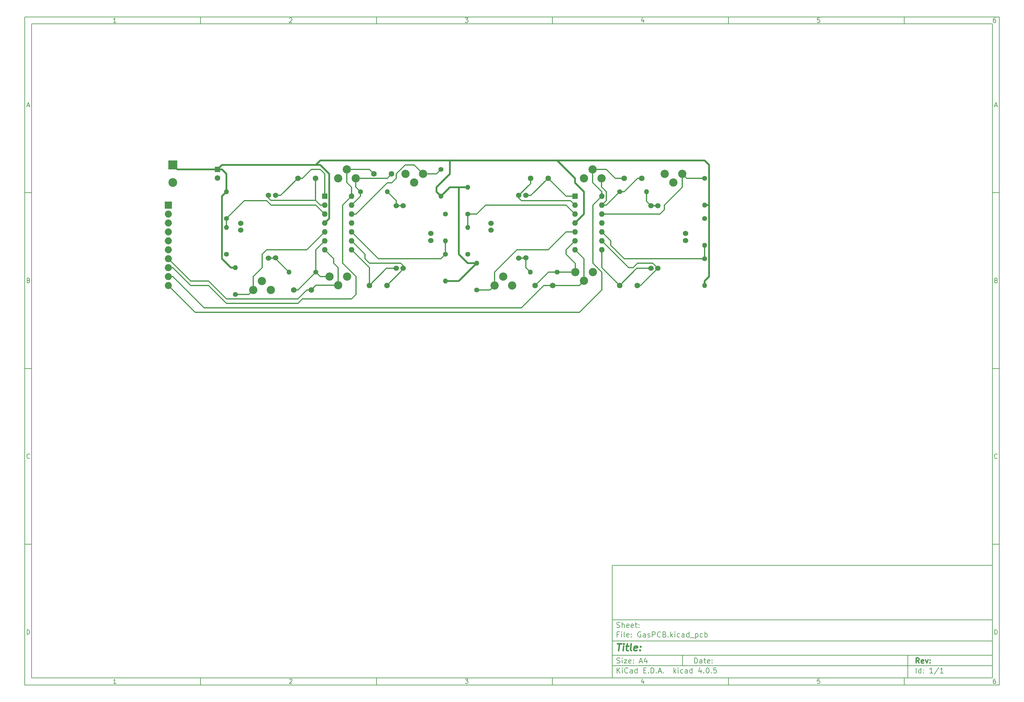
<source format=gbr>
G04 #@! TF.FileFunction,Copper,L1,Top,Signal*
%FSLAX46Y46*%
G04 Gerber Fmt 4.6, Leading zero omitted, Abs format (unit mm)*
G04 Created by KiCad (PCBNEW 4.0.5) date 02/28/17 22:53:05*
%MOMM*%
%LPD*%
G01*
G04 APERTURE LIST*
%ADD10C,0.100000*%
%ADD11C,0.150000*%
%ADD12C,0.300000*%
%ADD13C,0.400000*%
%ADD14C,1.524000*%
%ADD15C,1.400000*%
%ADD16O,1.400000X1.400000*%
%ADD17O,1.998980X1.998980*%
%ADD18R,1.998980X1.998980*%
%ADD19R,2.500000X2.500000*%
%ADD20C,2.500000*%
%ADD21C,2.340000*%
%ADD22R,1.600000X1.600000*%
%ADD23O,1.600000X1.600000*%
%ADD24C,1.600000*%
%ADD25C,0.304800*%
%ADD26C,0.508000*%
G04 APERTURE END LIST*
D10*
D11*
X177002200Y-166007200D02*
X177002200Y-198007200D01*
X285002200Y-198007200D01*
X285002200Y-166007200D01*
X177002200Y-166007200D01*
D10*
D11*
X10000000Y-10000000D02*
X10000000Y-200007200D01*
X287002200Y-200007200D01*
X287002200Y-10000000D01*
X10000000Y-10000000D01*
D10*
D11*
X12000000Y-12000000D02*
X12000000Y-198007200D01*
X285002200Y-198007200D01*
X285002200Y-12000000D01*
X12000000Y-12000000D01*
D10*
D11*
X60000000Y-12000000D02*
X60000000Y-10000000D01*
D10*
D11*
X110000000Y-12000000D02*
X110000000Y-10000000D01*
D10*
D11*
X160000000Y-12000000D02*
X160000000Y-10000000D01*
D10*
D11*
X210000000Y-12000000D02*
X210000000Y-10000000D01*
D10*
D11*
X260000000Y-12000000D02*
X260000000Y-10000000D01*
D10*
D11*
X35990476Y-11588095D02*
X35247619Y-11588095D01*
X35619048Y-11588095D02*
X35619048Y-10288095D01*
X35495238Y-10473810D01*
X35371429Y-10597619D01*
X35247619Y-10659524D01*
D10*
D11*
X85247619Y-10411905D02*
X85309524Y-10350000D01*
X85433333Y-10288095D01*
X85742857Y-10288095D01*
X85866667Y-10350000D01*
X85928571Y-10411905D01*
X85990476Y-10535714D01*
X85990476Y-10659524D01*
X85928571Y-10845238D01*
X85185714Y-11588095D01*
X85990476Y-11588095D01*
D10*
D11*
X135185714Y-10288095D02*
X135990476Y-10288095D01*
X135557143Y-10783333D01*
X135742857Y-10783333D01*
X135866667Y-10845238D01*
X135928571Y-10907143D01*
X135990476Y-11030952D01*
X135990476Y-11340476D01*
X135928571Y-11464286D01*
X135866667Y-11526190D01*
X135742857Y-11588095D01*
X135371429Y-11588095D01*
X135247619Y-11526190D01*
X135185714Y-11464286D01*
D10*
D11*
X185866667Y-10721429D02*
X185866667Y-11588095D01*
X185557143Y-10226190D02*
X185247619Y-11154762D01*
X186052381Y-11154762D01*
D10*
D11*
X235928571Y-10288095D02*
X235309524Y-10288095D01*
X235247619Y-10907143D01*
X235309524Y-10845238D01*
X235433333Y-10783333D01*
X235742857Y-10783333D01*
X235866667Y-10845238D01*
X235928571Y-10907143D01*
X235990476Y-11030952D01*
X235990476Y-11340476D01*
X235928571Y-11464286D01*
X235866667Y-11526190D01*
X235742857Y-11588095D01*
X235433333Y-11588095D01*
X235309524Y-11526190D01*
X235247619Y-11464286D01*
D10*
D11*
X285866667Y-10288095D02*
X285619048Y-10288095D01*
X285495238Y-10350000D01*
X285433333Y-10411905D01*
X285309524Y-10597619D01*
X285247619Y-10845238D01*
X285247619Y-11340476D01*
X285309524Y-11464286D01*
X285371429Y-11526190D01*
X285495238Y-11588095D01*
X285742857Y-11588095D01*
X285866667Y-11526190D01*
X285928571Y-11464286D01*
X285990476Y-11340476D01*
X285990476Y-11030952D01*
X285928571Y-10907143D01*
X285866667Y-10845238D01*
X285742857Y-10783333D01*
X285495238Y-10783333D01*
X285371429Y-10845238D01*
X285309524Y-10907143D01*
X285247619Y-11030952D01*
D10*
D11*
X60000000Y-198007200D02*
X60000000Y-200007200D01*
D10*
D11*
X110000000Y-198007200D02*
X110000000Y-200007200D01*
D10*
D11*
X160000000Y-198007200D02*
X160000000Y-200007200D01*
D10*
D11*
X210000000Y-198007200D02*
X210000000Y-200007200D01*
D10*
D11*
X260000000Y-198007200D02*
X260000000Y-200007200D01*
D10*
D11*
X35990476Y-199595295D02*
X35247619Y-199595295D01*
X35619048Y-199595295D02*
X35619048Y-198295295D01*
X35495238Y-198481010D01*
X35371429Y-198604819D01*
X35247619Y-198666724D01*
D10*
D11*
X85247619Y-198419105D02*
X85309524Y-198357200D01*
X85433333Y-198295295D01*
X85742857Y-198295295D01*
X85866667Y-198357200D01*
X85928571Y-198419105D01*
X85990476Y-198542914D01*
X85990476Y-198666724D01*
X85928571Y-198852438D01*
X85185714Y-199595295D01*
X85990476Y-199595295D01*
D10*
D11*
X135185714Y-198295295D02*
X135990476Y-198295295D01*
X135557143Y-198790533D01*
X135742857Y-198790533D01*
X135866667Y-198852438D01*
X135928571Y-198914343D01*
X135990476Y-199038152D01*
X135990476Y-199347676D01*
X135928571Y-199471486D01*
X135866667Y-199533390D01*
X135742857Y-199595295D01*
X135371429Y-199595295D01*
X135247619Y-199533390D01*
X135185714Y-199471486D01*
D10*
D11*
X185866667Y-198728629D02*
X185866667Y-199595295D01*
X185557143Y-198233390D02*
X185247619Y-199161962D01*
X186052381Y-199161962D01*
D10*
D11*
X235928571Y-198295295D02*
X235309524Y-198295295D01*
X235247619Y-198914343D01*
X235309524Y-198852438D01*
X235433333Y-198790533D01*
X235742857Y-198790533D01*
X235866667Y-198852438D01*
X235928571Y-198914343D01*
X235990476Y-199038152D01*
X235990476Y-199347676D01*
X235928571Y-199471486D01*
X235866667Y-199533390D01*
X235742857Y-199595295D01*
X235433333Y-199595295D01*
X235309524Y-199533390D01*
X235247619Y-199471486D01*
D10*
D11*
X285866667Y-198295295D02*
X285619048Y-198295295D01*
X285495238Y-198357200D01*
X285433333Y-198419105D01*
X285309524Y-198604819D01*
X285247619Y-198852438D01*
X285247619Y-199347676D01*
X285309524Y-199471486D01*
X285371429Y-199533390D01*
X285495238Y-199595295D01*
X285742857Y-199595295D01*
X285866667Y-199533390D01*
X285928571Y-199471486D01*
X285990476Y-199347676D01*
X285990476Y-199038152D01*
X285928571Y-198914343D01*
X285866667Y-198852438D01*
X285742857Y-198790533D01*
X285495238Y-198790533D01*
X285371429Y-198852438D01*
X285309524Y-198914343D01*
X285247619Y-199038152D01*
D10*
D11*
X10000000Y-60000000D02*
X12000000Y-60000000D01*
D10*
D11*
X10000000Y-110000000D02*
X12000000Y-110000000D01*
D10*
D11*
X10000000Y-160000000D02*
X12000000Y-160000000D01*
D10*
D11*
X10690476Y-35216667D02*
X11309524Y-35216667D01*
X10566667Y-35588095D02*
X11000000Y-34288095D01*
X11433333Y-35588095D01*
D10*
D11*
X11092857Y-84907143D02*
X11278571Y-84969048D01*
X11340476Y-85030952D01*
X11402381Y-85154762D01*
X11402381Y-85340476D01*
X11340476Y-85464286D01*
X11278571Y-85526190D01*
X11154762Y-85588095D01*
X10659524Y-85588095D01*
X10659524Y-84288095D01*
X11092857Y-84288095D01*
X11216667Y-84350000D01*
X11278571Y-84411905D01*
X11340476Y-84535714D01*
X11340476Y-84659524D01*
X11278571Y-84783333D01*
X11216667Y-84845238D01*
X11092857Y-84907143D01*
X10659524Y-84907143D01*
D10*
D11*
X11402381Y-135464286D02*
X11340476Y-135526190D01*
X11154762Y-135588095D01*
X11030952Y-135588095D01*
X10845238Y-135526190D01*
X10721429Y-135402381D01*
X10659524Y-135278571D01*
X10597619Y-135030952D01*
X10597619Y-134845238D01*
X10659524Y-134597619D01*
X10721429Y-134473810D01*
X10845238Y-134350000D01*
X11030952Y-134288095D01*
X11154762Y-134288095D01*
X11340476Y-134350000D01*
X11402381Y-134411905D01*
D10*
D11*
X10659524Y-185588095D02*
X10659524Y-184288095D01*
X10969048Y-184288095D01*
X11154762Y-184350000D01*
X11278571Y-184473810D01*
X11340476Y-184597619D01*
X11402381Y-184845238D01*
X11402381Y-185030952D01*
X11340476Y-185278571D01*
X11278571Y-185402381D01*
X11154762Y-185526190D01*
X10969048Y-185588095D01*
X10659524Y-185588095D01*
D10*
D11*
X287002200Y-60000000D02*
X285002200Y-60000000D01*
D10*
D11*
X287002200Y-110000000D02*
X285002200Y-110000000D01*
D10*
D11*
X287002200Y-160000000D02*
X285002200Y-160000000D01*
D10*
D11*
X285692676Y-35216667D02*
X286311724Y-35216667D01*
X285568867Y-35588095D02*
X286002200Y-34288095D01*
X286435533Y-35588095D01*
D10*
D11*
X286095057Y-84907143D02*
X286280771Y-84969048D01*
X286342676Y-85030952D01*
X286404581Y-85154762D01*
X286404581Y-85340476D01*
X286342676Y-85464286D01*
X286280771Y-85526190D01*
X286156962Y-85588095D01*
X285661724Y-85588095D01*
X285661724Y-84288095D01*
X286095057Y-84288095D01*
X286218867Y-84350000D01*
X286280771Y-84411905D01*
X286342676Y-84535714D01*
X286342676Y-84659524D01*
X286280771Y-84783333D01*
X286218867Y-84845238D01*
X286095057Y-84907143D01*
X285661724Y-84907143D01*
D10*
D11*
X286404581Y-135464286D02*
X286342676Y-135526190D01*
X286156962Y-135588095D01*
X286033152Y-135588095D01*
X285847438Y-135526190D01*
X285723629Y-135402381D01*
X285661724Y-135278571D01*
X285599819Y-135030952D01*
X285599819Y-134845238D01*
X285661724Y-134597619D01*
X285723629Y-134473810D01*
X285847438Y-134350000D01*
X286033152Y-134288095D01*
X286156962Y-134288095D01*
X286342676Y-134350000D01*
X286404581Y-134411905D01*
D10*
D11*
X285661724Y-185588095D02*
X285661724Y-184288095D01*
X285971248Y-184288095D01*
X286156962Y-184350000D01*
X286280771Y-184473810D01*
X286342676Y-184597619D01*
X286404581Y-184845238D01*
X286404581Y-185030952D01*
X286342676Y-185278571D01*
X286280771Y-185402381D01*
X286156962Y-185526190D01*
X285971248Y-185588095D01*
X285661724Y-185588095D01*
D10*
D11*
X200359343Y-193785771D02*
X200359343Y-192285771D01*
X200716486Y-192285771D01*
X200930771Y-192357200D01*
X201073629Y-192500057D01*
X201145057Y-192642914D01*
X201216486Y-192928629D01*
X201216486Y-193142914D01*
X201145057Y-193428629D01*
X201073629Y-193571486D01*
X200930771Y-193714343D01*
X200716486Y-193785771D01*
X200359343Y-193785771D01*
X202502200Y-193785771D02*
X202502200Y-193000057D01*
X202430771Y-192857200D01*
X202287914Y-192785771D01*
X202002200Y-192785771D01*
X201859343Y-192857200D01*
X202502200Y-193714343D02*
X202359343Y-193785771D01*
X202002200Y-193785771D01*
X201859343Y-193714343D01*
X201787914Y-193571486D01*
X201787914Y-193428629D01*
X201859343Y-193285771D01*
X202002200Y-193214343D01*
X202359343Y-193214343D01*
X202502200Y-193142914D01*
X203002200Y-192785771D02*
X203573629Y-192785771D01*
X203216486Y-192285771D02*
X203216486Y-193571486D01*
X203287914Y-193714343D01*
X203430772Y-193785771D01*
X203573629Y-193785771D01*
X204645057Y-193714343D02*
X204502200Y-193785771D01*
X204216486Y-193785771D01*
X204073629Y-193714343D01*
X204002200Y-193571486D01*
X204002200Y-193000057D01*
X204073629Y-192857200D01*
X204216486Y-192785771D01*
X204502200Y-192785771D01*
X204645057Y-192857200D01*
X204716486Y-193000057D01*
X204716486Y-193142914D01*
X204002200Y-193285771D01*
X205359343Y-193642914D02*
X205430771Y-193714343D01*
X205359343Y-193785771D01*
X205287914Y-193714343D01*
X205359343Y-193642914D01*
X205359343Y-193785771D01*
X205359343Y-192857200D02*
X205430771Y-192928629D01*
X205359343Y-193000057D01*
X205287914Y-192928629D01*
X205359343Y-192857200D01*
X205359343Y-193000057D01*
D10*
D11*
X177002200Y-194507200D02*
X285002200Y-194507200D01*
D10*
D11*
X178359343Y-196585771D02*
X178359343Y-195085771D01*
X179216486Y-196585771D02*
X178573629Y-195728629D01*
X179216486Y-195085771D02*
X178359343Y-195942914D01*
X179859343Y-196585771D02*
X179859343Y-195585771D01*
X179859343Y-195085771D02*
X179787914Y-195157200D01*
X179859343Y-195228629D01*
X179930771Y-195157200D01*
X179859343Y-195085771D01*
X179859343Y-195228629D01*
X181430772Y-196442914D02*
X181359343Y-196514343D01*
X181145057Y-196585771D01*
X181002200Y-196585771D01*
X180787915Y-196514343D01*
X180645057Y-196371486D01*
X180573629Y-196228629D01*
X180502200Y-195942914D01*
X180502200Y-195728629D01*
X180573629Y-195442914D01*
X180645057Y-195300057D01*
X180787915Y-195157200D01*
X181002200Y-195085771D01*
X181145057Y-195085771D01*
X181359343Y-195157200D01*
X181430772Y-195228629D01*
X182716486Y-196585771D02*
X182716486Y-195800057D01*
X182645057Y-195657200D01*
X182502200Y-195585771D01*
X182216486Y-195585771D01*
X182073629Y-195657200D01*
X182716486Y-196514343D02*
X182573629Y-196585771D01*
X182216486Y-196585771D01*
X182073629Y-196514343D01*
X182002200Y-196371486D01*
X182002200Y-196228629D01*
X182073629Y-196085771D01*
X182216486Y-196014343D01*
X182573629Y-196014343D01*
X182716486Y-195942914D01*
X184073629Y-196585771D02*
X184073629Y-195085771D01*
X184073629Y-196514343D02*
X183930772Y-196585771D01*
X183645058Y-196585771D01*
X183502200Y-196514343D01*
X183430772Y-196442914D01*
X183359343Y-196300057D01*
X183359343Y-195871486D01*
X183430772Y-195728629D01*
X183502200Y-195657200D01*
X183645058Y-195585771D01*
X183930772Y-195585771D01*
X184073629Y-195657200D01*
X185930772Y-195800057D02*
X186430772Y-195800057D01*
X186645058Y-196585771D02*
X185930772Y-196585771D01*
X185930772Y-195085771D01*
X186645058Y-195085771D01*
X187287915Y-196442914D02*
X187359343Y-196514343D01*
X187287915Y-196585771D01*
X187216486Y-196514343D01*
X187287915Y-196442914D01*
X187287915Y-196585771D01*
X188002201Y-196585771D02*
X188002201Y-195085771D01*
X188359344Y-195085771D01*
X188573629Y-195157200D01*
X188716487Y-195300057D01*
X188787915Y-195442914D01*
X188859344Y-195728629D01*
X188859344Y-195942914D01*
X188787915Y-196228629D01*
X188716487Y-196371486D01*
X188573629Y-196514343D01*
X188359344Y-196585771D01*
X188002201Y-196585771D01*
X189502201Y-196442914D02*
X189573629Y-196514343D01*
X189502201Y-196585771D01*
X189430772Y-196514343D01*
X189502201Y-196442914D01*
X189502201Y-196585771D01*
X190145058Y-196157200D02*
X190859344Y-196157200D01*
X190002201Y-196585771D02*
X190502201Y-195085771D01*
X191002201Y-196585771D01*
X191502201Y-196442914D02*
X191573629Y-196514343D01*
X191502201Y-196585771D01*
X191430772Y-196514343D01*
X191502201Y-196442914D01*
X191502201Y-196585771D01*
X194502201Y-196585771D02*
X194502201Y-195085771D01*
X194645058Y-196014343D02*
X195073629Y-196585771D01*
X195073629Y-195585771D02*
X194502201Y-196157200D01*
X195716487Y-196585771D02*
X195716487Y-195585771D01*
X195716487Y-195085771D02*
X195645058Y-195157200D01*
X195716487Y-195228629D01*
X195787915Y-195157200D01*
X195716487Y-195085771D01*
X195716487Y-195228629D01*
X197073630Y-196514343D02*
X196930773Y-196585771D01*
X196645059Y-196585771D01*
X196502201Y-196514343D01*
X196430773Y-196442914D01*
X196359344Y-196300057D01*
X196359344Y-195871486D01*
X196430773Y-195728629D01*
X196502201Y-195657200D01*
X196645059Y-195585771D01*
X196930773Y-195585771D01*
X197073630Y-195657200D01*
X198359344Y-196585771D02*
X198359344Y-195800057D01*
X198287915Y-195657200D01*
X198145058Y-195585771D01*
X197859344Y-195585771D01*
X197716487Y-195657200D01*
X198359344Y-196514343D02*
X198216487Y-196585771D01*
X197859344Y-196585771D01*
X197716487Y-196514343D01*
X197645058Y-196371486D01*
X197645058Y-196228629D01*
X197716487Y-196085771D01*
X197859344Y-196014343D01*
X198216487Y-196014343D01*
X198359344Y-195942914D01*
X199716487Y-196585771D02*
X199716487Y-195085771D01*
X199716487Y-196514343D02*
X199573630Y-196585771D01*
X199287916Y-196585771D01*
X199145058Y-196514343D01*
X199073630Y-196442914D01*
X199002201Y-196300057D01*
X199002201Y-195871486D01*
X199073630Y-195728629D01*
X199145058Y-195657200D01*
X199287916Y-195585771D01*
X199573630Y-195585771D01*
X199716487Y-195657200D01*
X202216487Y-195585771D02*
X202216487Y-196585771D01*
X201859344Y-195014343D02*
X201502201Y-196085771D01*
X202430773Y-196085771D01*
X203002201Y-196442914D02*
X203073629Y-196514343D01*
X203002201Y-196585771D01*
X202930772Y-196514343D01*
X203002201Y-196442914D01*
X203002201Y-196585771D01*
X204002201Y-195085771D02*
X204145058Y-195085771D01*
X204287915Y-195157200D01*
X204359344Y-195228629D01*
X204430773Y-195371486D01*
X204502201Y-195657200D01*
X204502201Y-196014343D01*
X204430773Y-196300057D01*
X204359344Y-196442914D01*
X204287915Y-196514343D01*
X204145058Y-196585771D01*
X204002201Y-196585771D01*
X203859344Y-196514343D01*
X203787915Y-196442914D01*
X203716487Y-196300057D01*
X203645058Y-196014343D01*
X203645058Y-195657200D01*
X203716487Y-195371486D01*
X203787915Y-195228629D01*
X203859344Y-195157200D01*
X204002201Y-195085771D01*
X205145058Y-196442914D02*
X205216486Y-196514343D01*
X205145058Y-196585771D01*
X205073629Y-196514343D01*
X205145058Y-196442914D01*
X205145058Y-196585771D01*
X206573630Y-195085771D02*
X205859344Y-195085771D01*
X205787915Y-195800057D01*
X205859344Y-195728629D01*
X206002201Y-195657200D01*
X206359344Y-195657200D01*
X206502201Y-195728629D01*
X206573630Y-195800057D01*
X206645058Y-195942914D01*
X206645058Y-196300057D01*
X206573630Y-196442914D01*
X206502201Y-196514343D01*
X206359344Y-196585771D01*
X206002201Y-196585771D01*
X205859344Y-196514343D01*
X205787915Y-196442914D01*
D10*
D11*
X177002200Y-191507200D02*
X285002200Y-191507200D01*
D10*
D12*
X264216486Y-193785771D02*
X263716486Y-193071486D01*
X263359343Y-193785771D02*
X263359343Y-192285771D01*
X263930771Y-192285771D01*
X264073629Y-192357200D01*
X264145057Y-192428629D01*
X264216486Y-192571486D01*
X264216486Y-192785771D01*
X264145057Y-192928629D01*
X264073629Y-193000057D01*
X263930771Y-193071486D01*
X263359343Y-193071486D01*
X265430771Y-193714343D02*
X265287914Y-193785771D01*
X265002200Y-193785771D01*
X264859343Y-193714343D01*
X264787914Y-193571486D01*
X264787914Y-193000057D01*
X264859343Y-192857200D01*
X265002200Y-192785771D01*
X265287914Y-192785771D01*
X265430771Y-192857200D01*
X265502200Y-193000057D01*
X265502200Y-193142914D01*
X264787914Y-193285771D01*
X266002200Y-192785771D02*
X266359343Y-193785771D01*
X266716485Y-192785771D01*
X267287914Y-193642914D02*
X267359342Y-193714343D01*
X267287914Y-193785771D01*
X267216485Y-193714343D01*
X267287914Y-193642914D01*
X267287914Y-193785771D01*
X267287914Y-192857200D02*
X267359342Y-192928629D01*
X267287914Y-193000057D01*
X267216485Y-192928629D01*
X267287914Y-192857200D01*
X267287914Y-193000057D01*
D10*
D11*
X178287914Y-193714343D02*
X178502200Y-193785771D01*
X178859343Y-193785771D01*
X179002200Y-193714343D01*
X179073629Y-193642914D01*
X179145057Y-193500057D01*
X179145057Y-193357200D01*
X179073629Y-193214343D01*
X179002200Y-193142914D01*
X178859343Y-193071486D01*
X178573629Y-193000057D01*
X178430771Y-192928629D01*
X178359343Y-192857200D01*
X178287914Y-192714343D01*
X178287914Y-192571486D01*
X178359343Y-192428629D01*
X178430771Y-192357200D01*
X178573629Y-192285771D01*
X178930771Y-192285771D01*
X179145057Y-192357200D01*
X179787914Y-193785771D02*
X179787914Y-192785771D01*
X179787914Y-192285771D02*
X179716485Y-192357200D01*
X179787914Y-192428629D01*
X179859342Y-192357200D01*
X179787914Y-192285771D01*
X179787914Y-192428629D01*
X180359343Y-192785771D02*
X181145057Y-192785771D01*
X180359343Y-193785771D01*
X181145057Y-193785771D01*
X182287914Y-193714343D02*
X182145057Y-193785771D01*
X181859343Y-193785771D01*
X181716486Y-193714343D01*
X181645057Y-193571486D01*
X181645057Y-193000057D01*
X181716486Y-192857200D01*
X181859343Y-192785771D01*
X182145057Y-192785771D01*
X182287914Y-192857200D01*
X182359343Y-193000057D01*
X182359343Y-193142914D01*
X181645057Y-193285771D01*
X183002200Y-193642914D02*
X183073628Y-193714343D01*
X183002200Y-193785771D01*
X182930771Y-193714343D01*
X183002200Y-193642914D01*
X183002200Y-193785771D01*
X183002200Y-192857200D02*
X183073628Y-192928629D01*
X183002200Y-193000057D01*
X182930771Y-192928629D01*
X183002200Y-192857200D01*
X183002200Y-193000057D01*
X184787914Y-193357200D02*
X185502200Y-193357200D01*
X184645057Y-193785771D02*
X185145057Y-192285771D01*
X185645057Y-193785771D01*
X186787914Y-192785771D02*
X186787914Y-193785771D01*
X186430771Y-192214343D02*
X186073628Y-193285771D01*
X187002200Y-193285771D01*
D10*
D11*
X263359343Y-196585771D02*
X263359343Y-195085771D01*
X264716486Y-196585771D02*
X264716486Y-195085771D01*
X264716486Y-196514343D02*
X264573629Y-196585771D01*
X264287915Y-196585771D01*
X264145057Y-196514343D01*
X264073629Y-196442914D01*
X264002200Y-196300057D01*
X264002200Y-195871486D01*
X264073629Y-195728629D01*
X264145057Y-195657200D01*
X264287915Y-195585771D01*
X264573629Y-195585771D01*
X264716486Y-195657200D01*
X265430772Y-196442914D02*
X265502200Y-196514343D01*
X265430772Y-196585771D01*
X265359343Y-196514343D01*
X265430772Y-196442914D01*
X265430772Y-196585771D01*
X265430772Y-195657200D02*
X265502200Y-195728629D01*
X265430772Y-195800057D01*
X265359343Y-195728629D01*
X265430772Y-195657200D01*
X265430772Y-195800057D01*
X268073629Y-196585771D02*
X267216486Y-196585771D01*
X267645058Y-196585771D02*
X267645058Y-195085771D01*
X267502201Y-195300057D01*
X267359343Y-195442914D01*
X267216486Y-195514343D01*
X269787914Y-195014343D02*
X268502200Y-196942914D01*
X271073629Y-196585771D02*
X270216486Y-196585771D01*
X270645058Y-196585771D02*
X270645058Y-195085771D01*
X270502201Y-195300057D01*
X270359343Y-195442914D01*
X270216486Y-195514343D01*
D10*
D11*
X177002200Y-187507200D02*
X285002200Y-187507200D01*
D10*
D13*
X178454581Y-188211962D02*
X179597438Y-188211962D01*
X178776010Y-190211962D02*
X179026010Y-188211962D01*
X180014105Y-190211962D02*
X180180771Y-188878629D01*
X180264105Y-188211962D02*
X180156962Y-188307200D01*
X180240295Y-188402438D01*
X180347439Y-188307200D01*
X180264105Y-188211962D01*
X180240295Y-188402438D01*
X180847438Y-188878629D02*
X181609343Y-188878629D01*
X181216486Y-188211962D02*
X181002200Y-189926248D01*
X181073630Y-190116724D01*
X181252201Y-190211962D01*
X181442677Y-190211962D01*
X182395058Y-190211962D02*
X182216487Y-190116724D01*
X182145057Y-189926248D01*
X182359343Y-188211962D01*
X183930772Y-190116724D02*
X183728391Y-190211962D01*
X183347439Y-190211962D01*
X183168867Y-190116724D01*
X183097438Y-189926248D01*
X183192676Y-189164343D01*
X183311724Y-188973867D01*
X183514105Y-188878629D01*
X183895057Y-188878629D01*
X184073629Y-188973867D01*
X184145057Y-189164343D01*
X184121248Y-189354819D01*
X183145057Y-189545295D01*
X184895057Y-190021486D02*
X184978392Y-190116724D01*
X184871248Y-190211962D01*
X184787915Y-190116724D01*
X184895057Y-190021486D01*
X184871248Y-190211962D01*
X185026010Y-188973867D02*
X185109344Y-189069105D01*
X185002200Y-189164343D01*
X184918867Y-189069105D01*
X185026010Y-188973867D01*
X185002200Y-189164343D01*
D10*
D11*
X178859343Y-185600057D02*
X178359343Y-185600057D01*
X178359343Y-186385771D02*
X178359343Y-184885771D01*
X179073629Y-184885771D01*
X179645057Y-186385771D02*
X179645057Y-185385771D01*
X179645057Y-184885771D02*
X179573628Y-184957200D01*
X179645057Y-185028629D01*
X179716485Y-184957200D01*
X179645057Y-184885771D01*
X179645057Y-185028629D01*
X180573629Y-186385771D02*
X180430771Y-186314343D01*
X180359343Y-186171486D01*
X180359343Y-184885771D01*
X181716485Y-186314343D02*
X181573628Y-186385771D01*
X181287914Y-186385771D01*
X181145057Y-186314343D01*
X181073628Y-186171486D01*
X181073628Y-185600057D01*
X181145057Y-185457200D01*
X181287914Y-185385771D01*
X181573628Y-185385771D01*
X181716485Y-185457200D01*
X181787914Y-185600057D01*
X181787914Y-185742914D01*
X181073628Y-185885771D01*
X182430771Y-186242914D02*
X182502199Y-186314343D01*
X182430771Y-186385771D01*
X182359342Y-186314343D01*
X182430771Y-186242914D01*
X182430771Y-186385771D01*
X182430771Y-185457200D02*
X182502199Y-185528629D01*
X182430771Y-185600057D01*
X182359342Y-185528629D01*
X182430771Y-185457200D01*
X182430771Y-185600057D01*
X185073628Y-184957200D02*
X184930771Y-184885771D01*
X184716485Y-184885771D01*
X184502200Y-184957200D01*
X184359342Y-185100057D01*
X184287914Y-185242914D01*
X184216485Y-185528629D01*
X184216485Y-185742914D01*
X184287914Y-186028629D01*
X184359342Y-186171486D01*
X184502200Y-186314343D01*
X184716485Y-186385771D01*
X184859342Y-186385771D01*
X185073628Y-186314343D01*
X185145057Y-186242914D01*
X185145057Y-185742914D01*
X184859342Y-185742914D01*
X186430771Y-186385771D02*
X186430771Y-185600057D01*
X186359342Y-185457200D01*
X186216485Y-185385771D01*
X185930771Y-185385771D01*
X185787914Y-185457200D01*
X186430771Y-186314343D02*
X186287914Y-186385771D01*
X185930771Y-186385771D01*
X185787914Y-186314343D01*
X185716485Y-186171486D01*
X185716485Y-186028629D01*
X185787914Y-185885771D01*
X185930771Y-185814343D01*
X186287914Y-185814343D01*
X186430771Y-185742914D01*
X187073628Y-186314343D02*
X187216485Y-186385771D01*
X187502200Y-186385771D01*
X187645057Y-186314343D01*
X187716485Y-186171486D01*
X187716485Y-186100057D01*
X187645057Y-185957200D01*
X187502200Y-185885771D01*
X187287914Y-185885771D01*
X187145057Y-185814343D01*
X187073628Y-185671486D01*
X187073628Y-185600057D01*
X187145057Y-185457200D01*
X187287914Y-185385771D01*
X187502200Y-185385771D01*
X187645057Y-185457200D01*
X188359343Y-186385771D02*
X188359343Y-184885771D01*
X188930771Y-184885771D01*
X189073629Y-184957200D01*
X189145057Y-185028629D01*
X189216486Y-185171486D01*
X189216486Y-185385771D01*
X189145057Y-185528629D01*
X189073629Y-185600057D01*
X188930771Y-185671486D01*
X188359343Y-185671486D01*
X190716486Y-186242914D02*
X190645057Y-186314343D01*
X190430771Y-186385771D01*
X190287914Y-186385771D01*
X190073629Y-186314343D01*
X189930771Y-186171486D01*
X189859343Y-186028629D01*
X189787914Y-185742914D01*
X189787914Y-185528629D01*
X189859343Y-185242914D01*
X189930771Y-185100057D01*
X190073629Y-184957200D01*
X190287914Y-184885771D01*
X190430771Y-184885771D01*
X190645057Y-184957200D01*
X190716486Y-185028629D01*
X191859343Y-185600057D02*
X192073629Y-185671486D01*
X192145057Y-185742914D01*
X192216486Y-185885771D01*
X192216486Y-186100057D01*
X192145057Y-186242914D01*
X192073629Y-186314343D01*
X191930771Y-186385771D01*
X191359343Y-186385771D01*
X191359343Y-184885771D01*
X191859343Y-184885771D01*
X192002200Y-184957200D01*
X192073629Y-185028629D01*
X192145057Y-185171486D01*
X192145057Y-185314343D01*
X192073629Y-185457200D01*
X192002200Y-185528629D01*
X191859343Y-185600057D01*
X191359343Y-185600057D01*
X192859343Y-186242914D02*
X192930771Y-186314343D01*
X192859343Y-186385771D01*
X192787914Y-186314343D01*
X192859343Y-186242914D01*
X192859343Y-186385771D01*
X193573629Y-186385771D02*
X193573629Y-184885771D01*
X193716486Y-185814343D02*
X194145057Y-186385771D01*
X194145057Y-185385771D02*
X193573629Y-185957200D01*
X194787915Y-186385771D02*
X194787915Y-185385771D01*
X194787915Y-184885771D02*
X194716486Y-184957200D01*
X194787915Y-185028629D01*
X194859343Y-184957200D01*
X194787915Y-184885771D01*
X194787915Y-185028629D01*
X196145058Y-186314343D02*
X196002201Y-186385771D01*
X195716487Y-186385771D01*
X195573629Y-186314343D01*
X195502201Y-186242914D01*
X195430772Y-186100057D01*
X195430772Y-185671486D01*
X195502201Y-185528629D01*
X195573629Y-185457200D01*
X195716487Y-185385771D01*
X196002201Y-185385771D01*
X196145058Y-185457200D01*
X197430772Y-186385771D02*
X197430772Y-185600057D01*
X197359343Y-185457200D01*
X197216486Y-185385771D01*
X196930772Y-185385771D01*
X196787915Y-185457200D01*
X197430772Y-186314343D02*
X197287915Y-186385771D01*
X196930772Y-186385771D01*
X196787915Y-186314343D01*
X196716486Y-186171486D01*
X196716486Y-186028629D01*
X196787915Y-185885771D01*
X196930772Y-185814343D01*
X197287915Y-185814343D01*
X197430772Y-185742914D01*
X198787915Y-186385771D02*
X198787915Y-184885771D01*
X198787915Y-186314343D02*
X198645058Y-186385771D01*
X198359344Y-186385771D01*
X198216486Y-186314343D01*
X198145058Y-186242914D01*
X198073629Y-186100057D01*
X198073629Y-185671486D01*
X198145058Y-185528629D01*
X198216486Y-185457200D01*
X198359344Y-185385771D01*
X198645058Y-185385771D01*
X198787915Y-185457200D01*
X199145058Y-186528629D02*
X200287915Y-186528629D01*
X200645058Y-185385771D02*
X200645058Y-186885771D01*
X200645058Y-185457200D02*
X200787915Y-185385771D01*
X201073629Y-185385771D01*
X201216486Y-185457200D01*
X201287915Y-185528629D01*
X201359344Y-185671486D01*
X201359344Y-186100057D01*
X201287915Y-186242914D01*
X201216486Y-186314343D01*
X201073629Y-186385771D01*
X200787915Y-186385771D01*
X200645058Y-186314343D01*
X202645058Y-186314343D02*
X202502201Y-186385771D01*
X202216487Y-186385771D01*
X202073629Y-186314343D01*
X202002201Y-186242914D01*
X201930772Y-186100057D01*
X201930772Y-185671486D01*
X202002201Y-185528629D01*
X202073629Y-185457200D01*
X202216487Y-185385771D01*
X202502201Y-185385771D01*
X202645058Y-185457200D01*
X203287915Y-186385771D02*
X203287915Y-184885771D01*
X203287915Y-185457200D02*
X203430772Y-185385771D01*
X203716486Y-185385771D01*
X203859343Y-185457200D01*
X203930772Y-185528629D01*
X204002201Y-185671486D01*
X204002201Y-186100057D01*
X203930772Y-186242914D01*
X203859343Y-186314343D01*
X203716486Y-186385771D01*
X203430772Y-186385771D01*
X203287915Y-186314343D01*
D10*
D11*
X177002200Y-181507200D02*
X285002200Y-181507200D01*
D10*
D11*
X178287914Y-183614343D02*
X178502200Y-183685771D01*
X178859343Y-183685771D01*
X179002200Y-183614343D01*
X179073629Y-183542914D01*
X179145057Y-183400057D01*
X179145057Y-183257200D01*
X179073629Y-183114343D01*
X179002200Y-183042914D01*
X178859343Y-182971486D01*
X178573629Y-182900057D01*
X178430771Y-182828629D01*
X178359343Y-182757200D01*
X178287914Y-182614343D01*
X178287914Y-182471486D01*
X178359343Y-182328629D01*
X178430771Y-182257200D01*
X178573629Y-182185771D01*
X178930771Y-182185771D01*
X179145057Y-182257200D01*
X179787914Y-183685771D02*
X179787914Y-182185771D01*
X180430771Y-183685771D02*
X180430771Y-182900057D01*
X180359342Y-182757200D01*
X180216485Y-182685771D01*
X180002200Y-182685771D01*
X179859342Y-182757200D01*
X179787914Y-182828629D01*
X181716485Y-183614343D02*
X181573628Y-183685771D01*
X181287914Y-183685771D01*
X181145057Y-183614343D01*
X181073628Y-183471486D01*
X181073628Y-182900057D01*
X181145057Y-182757200D01*
X181287914Y-182685771D01*
X181573628Y-182685771D01*
X181716485Y-182757200D01*
X181787914Y-182900057D01*
X181787914Y-183042914D01*
X181073628Y-183185771D01*
X183002199Y-183614343D02*
X182859342Y-183685771D01*
X182573628Y-183685771D01*
X182430771Y-183614343D01*
X182359342Y-183471486D01*
X182359342Y-182900057D01*
X182430771Y-182757200D01*
X182573628Y-182685771D01*
X182859342Y-182685771D01*
X183002199Y-182757200D01*
X183073628Y-182900057D01*
X183073628Y-183042914D01*
X182359342Y-183185771D01*
X183502199Y-182685771D02*
X184073628Y-182685771D01*
X183716485Y-182185771D02*
X183716485Y-183471486D01*
X183787913Y-183614343D01*
X183930771Y-183685771D01*
X184073628Y-183685771D01*
X184573628Y-183542914D02*
X184645056Y-183614343D01*
X184573628Y-183685771D01*
X184502199Y-183614343D01*
X184573628Y-183542914D01*
X184573628Y-183685771D01*
X184573628Y-182757200D02*
X184645056Y-182828629D01*
X184573628Y-182900057D01*
X184502199Y-182828629D01*
X184573628Y-182757200D01*
X184573628Y-182900057D01*
D10*
D11*
X197002200Y-191507200D02*
X197002200Y-194507200D01*
D10*
D11*
X261002200Y-191507200D02*
X261002200Y-198007200D01*
D14*
X71390000Y-68660000D03*
X71390000Y-70660000D03*
X79280000Y-78560000D03*
X81280000Y-78550000D03*
X79280000Y-60770000D03*
X81280000Y-60770000D03*
D15*
X69850000Y-88900000D03*
D16*
X69850000Y-81280000D03*
D17*
X50800000Y-71120000D03*
D18*
X50800000Y-63500000D03*
D17*
X50800000Y-66040000D03*
X50800000Y-68580000D03*
X50800000Y-73660000D03*
X50800000Y-76200000D03*
X50800000Y-78740000D03*
X50800000Y-81280000D03*
X50800000Y-83820000D03*
X50800000Y-86360000D03*
D14*
X142510000Y-68660000D03*
X142510000Y-70660000D03*
X150400000Y-78560000D03*
X152400000Y-78550000D03*
X150400000Y-60770000D03*
X152400000Y-60770000D03*
D19*
X52070000Y-52070000D03*
D20*
X52070000Y-57070000D03*
D15*
X67310000Y-67310000D03*
D16*
X67310000Y-59690000D03*
D15*
X67310000Y-77470000D03*
D16*
X67310000Y-69850000D03*
D15*
X92710000Y-82550000D03*
D16*
X85090000Y-82550000D03*
D15*
X129540000Y-77470000D03*
D16*
X129540000Y-85090000D03*
D15*
X129540000Y-66040000D03*
D16*
X129540000Y-73660000D03*
D15*
X128270000Y-53340000D03*
D16*
X128270000Y-60960000D03*
D15*
X105410000Y-59690000D03*
D16*
X113030000Y-59690000D03*
D15*
X135890000Y-66040000D03*
D16*
X135890000Y-58420000D03*
D15*
X135890000Y-77470000D03*
D16*
X135890000Y-69850000D03*
D15*
X138430000Y-87630000D03*
D16*
X138430000Y-80010000D03*
D21*
X79930000Y-87630000D03*
X77430000Y-85130000D03*
X74930000Y-87630000D03*
X96600000Y-83820000D03*
X99100000Y-86320000D03*
X101600000Y-83820000D03*
D14*
X125460000Y-73580000D03*
X125460000Y-71580000D03*
X117570000Y-63680000D03*
X115570000Y-63690000D03*
X117570000Y-81470000D03*
X115570000Y-81470000D03*
D22*
X95250000Y-60960000D03*
D23*
X102870000Y-76200000D03*
X95250000Y-63500000D03*
X102870000Y-73660000D03*
X95250000Y-66040000D03*
X102870000Y-71120000D03*
X95250000Y-68580000D03*
X102870000Y-68580000D03*
X95250000Y-71120000D03*
X102870000Y-66040000D03*
X95250000Y-73660000D03*
X102870000Y-63500000D03*
X95250000Y-76200000D03*
X102870000Y-60960000D03*
D14*
X197850000Y-73580000D03*
X197850000Y-71580000D03*
X189960000Y-63680000D03*
X187960000Y-63690000D03*
X189960000Y-81470000D03*
X187960000Y-81470000D03*
D22*
X166370000Y-60960000D03*
D23*
X173990000Y-76200000D03*
X166370000Y-63500000D03*
X173990000Y-73660000D03*
X166370000Y-66040000D03*
X173990000Y-71120000D03*
X166370000Y-68580000D03*
X173990000Y-68580000D03*
X166370000Y-71120000D03*
X173990000Y-66040000D03*
X166370000Y-73660000D03*
X173990000Y-63500000D03*
X166370000Y-76200000D03*
X173990000Y-60960000D03*
D15*
X161290000Y-82550000D03*
D16*
X153670000Y-82550000D03*
D15*
X203200000Y-78740000D03*
D16*
X203200000Y-86360000D03*
D15*
X203200000Y-67310000D03*
D16*
X203200000Y-74930000D03*
D15*
X203200000Y-55880000D03*
D16*
X203200000Y-63500000D03*
D15*
X179070000Y-59690000D03*
D16*
X186690000Y-59690000D03*
D21*
X118190000Y-54610000D03*
X120690000Y-57110000D03*
X123190000Y-54610000D03*
X104060000Y-55880000D03*
X101560000Y-53380000D03*
X99060000Y-55880000D03*
X148510000Y-86360000D03*
X146010000Y-83860000D03*
X143510000Y-86360000D03*
X166450000Y-82550000D03*
X168950000Y-85050000D03*
X171450000Y-82550000D03*
X191850000Y-54610000D03*
X194350000Y-57110000D03*
X196850000Y-54610000D03*
X173910000Y-55880000D03*
X171410000Y-53380000D03*
X168910000Y-55880000D03*
D24*
X87630000Y-55880000D03*
X92630000Y-55880000D03*
X91440000Y-87630000D03*
X86440000Y-87630000D03*
X107950000Y-86360000D03*
X112950000Y-86360000D03*
X109220000Y-54610000D03*
X114220000Y-54610000D03*
X158750000Y-55880000D03*
X153750000Y-55880000D03*
X160020000Y-86360000D03*
X155020000Y-86360000D03*
X179070000Y-86360000D03*
X184070000Y-86360000D03*
X180340000Y-55880000D03*
X185340000Y-55880000D03*
D22*
X64770000Y-53340000D03*
D24*
X64770000Y-55840000D03*
D25*
X87630000Y-55880000D02*
X88900000Y-55880000D01*
X95250000Y-54610000D02*
X95250000Y-60960000D01*
X93980000Y-53340000D02*
X95250000Y-54610000D01*
X91440000Y-53340000D02*
X93980000Y-53340000D01*
X88900000Y-55880000D02*
X91440000Y-53340000D01*
X81280000Y-60770000D02*
X82740000Y-60770000D01*
X82740000Y-60770000D02*
X87630000Y-55880000D01*
X81280000Y-60770000D02*
X81470000Y-60770000D01*
X79280000Y-60770000D02*
X79280000Y-61500000D01*
X79280000Y-61500000D02*
X79930000Y-62150000D01*
X79930000Y-62150000D02*
X92630000Y-62150000D01*
X92630000Y-55880000D02*
X92630000Y-62150000D01*
X93980000Y-63500000D02*
X95250000Y-63500000D01*
X92630000Y-62150000D02*
X93980000Y-63500000D01*
X91440000Y-87630000D02*
X90170000Y-87630000D01*
X57150000Y-85090000D02*
X50800000Y-78740000D01*
X62230000Y-85090000D02*
X57150000Y-85090000D01*
X67310000Y-90170000D02*
X62230000Y-85090000D01*
X87630000Y-90170000D02*
X67310000Y-90170000D01*
X90170000Y-87630000D02*
X87630000Y-90170000D01*
X99100000Y-86320000D02*
X99100000Y-81320000D01*
X97790000Y-78740000D02*
X95250000Y-76200000D01*
X97790000Y-80010000D02*
X97790000Y-78740000D01*
X99100000Y-81320000D02*
X97790000Y-80010000D01*
X99100000Y-86320000D02*
X92750000Y-86320000D01*
X92750000Y-86320000D02*
X91440000Y-87630000D01*
X96600000Y-83820000D02*
X93980000Y-83820000D01*
X93980000Y-83820000D02*
X92710000Y-82550000D01*
X86440000Y-87630000D02*
X87630000Y-87630000D01*
X87630000Y-87630000D02*
X92710000Y-82550000D01*
X92710000Y-82550000D02*
X92710000Y-76200000D01*
X92710000Y-76200000D02*
X95250000Y-73660000D01*
X101560000Y-53380000D02*
X107990000Y-53380000D01*
X107990000Y-53380000D02*
X109220000Y-54610000D01*
X102870000Y-60960000D02*
X102870000Y-58420000D01*
X101560000Y-57110000D02*
X101560000Y-53380000D01*
X102870000Y-58420000D02*
X101560000Y-57110000D01*
X102870000Y-60960000D02*
X101600000Y-62230000D01*
X52070000Y-81280000D02*
X50800000Y-81280000D01*
X57150000Y-86360000D02*
X52070000Y-81280000D01*
X62230000Y-86360000D02*
X57150000Y-86360000D01*
X67310000Y-91440000D02*
X62230000Y-86360000D01*
X87630000Y-91440000D02*
X67310000Y-91440000D01*
X88900000Y-90170000D02*
X87630000Y-91440000D01*
X102870000Y-90170000D02*
X88900000Y-90170000D01*
X104140000Y-88900000D02*
X102870000Y-90170000D01*
X104140000Y-83820000D02*
X104140000Y-88900000D01*
X100330000Y-80010000D02*
X104140000Y-83820000D01*
X100330000Y-63500000D02*
X100330000Y-80010000D01*
X101600000Y-62230000D02*
X100330000Y-63500000D01*
X117570000Y-81470000D02*
X117570000Y-81740000D01*
X117570000Y-81740000D02*
X112950000Y-86360000D01*
X117570000Y-81470000D02*
X117570000Y-80740000D01*
X117570000Y-80740000D02*
X116840000Y-80010000D01*
X116840000Y-80010000D02*
X107950000Y-80010000D01*
X107950000Y-80010000D02*
X106680000Y-78740000D01*
X106680000Y-78740000D02*
X106680000Y-77470000D01*
X106680000Y-77470000D02*
X102870000Y-73660000D01*
X104060000Y-55880000D02*
X113030000Y-55880000D01*
X113030000Y-55880000D02*
X114220000Y-54690000D01*
X114220000Y-54690000D02*
X114220000Y-54610000D01*
X105410000Y-59690000D02*
X105410000Y-60960000D01*
X105410000Y-60960000D02*
X102870000Y-63500000D01*
X104060000Y-55880000D02*
X104060000Y-58340000D01*
X104060000Y-58340000D02*
X105410000Y-59690000D01*
X166370000Y-60960000D02*
X163830000Y-60960000D01*
X163830000Y-60960000D02*
X158750000Y-55880000D01*
X152400000Y-60770000D02*
X153860000Y-60770000D01*
X153860000Y-60770000D02*
X158750000Y-55880000D01*
X150400000Y-60770000D02*
X150400000Y-61500000D01*
X150400000Y-61500000D02*
X151130000Y-62230000D01*
X165100000Y-62230000D02*
X166370000Y-63500000D01*
X151130000Y-62230000D02*
X165100000Y-62230000D01*
X153750000Y-55880000D02*
X153750000Y-57420000D01*
X153750000Y-57420000D02*
X150400000Y-60770000D01*
X160020000Y-86360000D02*
X157480000Y-86360000D01*
X52070000Y-83820000D02*
X50800000Y-83820000D01*
X60960000Y-92710000D02*
X52070000Y-83820000D01*
X151130000Y-92710000D02*
X60960000Y-92710000D01*
X157480000Y-86360000D02*
X151130000Y-92710000D01*
X168950000Y-85050000D02*
X168950000Y-78780000D01*
X168950000Y-78780000D02*
X166370000Y-76200000D01*
X160020000Y-86360000D02*
X167640000Y-86360000D01*
X167640000Y-86360000D02*
X168950000Y-85050000D01*
X161290000Y-82550000D02*
X158830000Y-82550000D01*
X158830000Y-82550000D02*
X155020000Y-86360000D01*
X166450000Y-82550000D02*
X166450000Y-80090000D01*
X163830000Y-76200000D02*
X166370000Y-73660000D01*
X163830000Y-77470000D02*
X163830000Y-76200000D01*
X166450000Y-80090000D02*
X163830000Y-77470000D01*
X166450000Y-82550000D02*
X161290000Y-82550000D01*
X173990000Y-60960000D02*
X171450000Y-63500000D01*
X58420000Y-93980000D02*
X50800000Y-86360000D01*
X167640000Y-93980000D02*
X58420000Y-93980000D01*
X173990000Y-87630000D02*
X167640000Y-93980000D01*
X173990000Y-82550000D02*
X173990000Y-87630000D01*
X171450000Y-80010000D02*
X173990000Y-82550000D01*
X171450000Y-63500000D02*
X171450000Y-80010000D01*
X180340000Y-55880000D02*
X177800000Y-55880000D01*
X175300000Y-53380000D02*
X171410000Y-53380000D01*
X177800000Y-55880000D02*
X175300000Y-53380000D01*
X173990000Y-60960000D02*
X173990000Y-59690000D01*
X171410000Y-57110000D02*
X171410000Y-53380000D01*
X173990000Y-59690000D02*
X171410000Y-57110000D01*
X173990000Y-73660000D02*
X181610000Y-81280000D01*
X188500000Y-80010000D02*
X189960000Y-81470000D01*
X184150000Y-80010000D02*
X188500000Y-80010000D01*
X182880000Y-81280000D02*
X184150000Y-80010000D01*
X181610000Y-81280000D02*
X182880000Y-81280000D01*
X184070000Y-86360000D02*
X185070000Y-86360000D01*
X185070000Y-86360000D02*
X189960000Y-81470000D01*
X173990000Y-63500000D02*
X175260000Y-63500000D01*
X175260000Y-63500000D02*
X179070000Y-59690000D01*
X185340000Y-55880000D02*
X184150000Y-55880000D01*
X184150000Y-55880000D02*
X180340000Y-59690000D01*
X180340000Y-59690000D02*
X179070000Y-59690000D01*
X173910000Y-55880000D02*
X173910000Y-58340000D01*
X175260000Y-62230000D02*
X173990000Y-63500000D01*
X175260000Y-59690000D02*
X175260000Y-62230000D01*
X173910000Y-58340000D02*
X175260000Y-59690000D01*
D26*
X166370000Y-68580000D02*
X167640000Y-67310000D01*
X166370000Y-55880000D02*
X161290000Y-50800000D01*
X166370000Y-57150000D02*
X166370000Y-55880000D01*
X168910000Y-59690000D02*
X166370000Y-57150000D01*
X168910000Y-66040000D02*
X168910000Y-59690000D01*
X167640000Y-67310000D02*
X168910000Y-66040000D01*
X203200000Y-63500000D02*
X204470000Y-63500000D01*
X203200000Y-86360000D02*
X203200000Y-85090000D01*
X203200000Y-50800000D02*
X161290000Y-50800000D01*
X161290000Y-50800000D02*
X130810000Y-50800000D01*
X204470000Y-52070000D02*
X203200000Y-50800000D01*
X204470000Y-83820000D02*
X204470000Y-63500000D01*
X204470000Y-63500000D02*
X204470000Y-52070000D01*
X203200000Y-85090000D02*
X204470000Y-83820000D01*
X138430000Y-80010000D02*
X135890000Y-80010000D01*
X133350000Y-77470000D02*
X133350000Y-58420000D01*
X135890000Y-80010000D02*
X133350000Y-77470000D01*
X128270000Y-60960000D02*
X127000000Y-59690000D01*
X93980000Y-50800000D02*
X92710000Y-52070000D01*
X130810000Y-50800000D02*
X93980000Y-50800000D01*
X130810000Y-54610000D02*
X130810000Y-50800000D01*
X127000000Y-58420000D02*
X130810000Y-54610000D01*
X127000000Y-59690000D02*
X127000000Y-58420000D01*
X129540000Y-85090000D02*
X133350000Y-85090000D01*
X133350000Y-85090000D02*
X138430000Y-80010000D01*
X135890000Y-58420000D02*
X133350000Y-58420000D01*
X133350000Y-58420000D02*
X130810000Y-58420000D01*
X130810000Y-58420000D02*
X128270000Y-60960000D01*
X69850000Y-81280000D02*
X68580000Y-81280000D01*
X66040000Y-60960000D02*
X67310000Y-59690000D01*
X66040000Y-78740000D02*
X66040000Y-60960000D01*
X68580000Y-81280000D02*
X66040000Y-78740000D01*
X67310000Y-59690000D02*
X67310000Y-54610000D01*
X66040000Y-53340000D02*
X64770000Y-53340000D01*
X67310000Y-54610000D02*
X66040000Y-53340000D01*
X64770000Y-53340000D02*
X53340000Y-53340000D01*
X53340000Y-53340000D02*
X52070000Y-52070000D01*
X95250000Y-68580000D02*
X96520000Y-67310000D01*
X93980000Y-52070000D02*
X92710000Y-52070000D01*
X96520000Y-54610000D02*
X93980000Y-52070000D01*
X96520000Y-67310000D02*
X96520000Y-54610000D01*
X66040000Y-52070000D02*
X64770000Y-53340000D01*
X92710000Y-52070000D02*
X66040000Y-52070000D01*
D25*
X67310000Y-67310000D02*
X68580000Y-66040000D01*
X92710000Y-63500000D02*
X95250000Y-66040000D01*
X80010000Y-63500000D02*
X92710000Y-63500000D01*
X78740000Y-62230000D02*
X80010000Y-63500000D01*
X72390000Y-62230000D02*
X78740000Y-62230000D01*
X68580000Y-66040000D02*
X72390000Y-62230000D01*
X67310000Y-67310000D02*
X67310000Y-69850000D01*
X102870000Y-66040000D02*
X104140000Y-66040000D01*
X120650000Y-52070000D02*
X123190000Y-54610000D01*
X118110000Y-52070000D02*
X120650000Y-52070000D01*
X115570000Y-54610000D02*
X118110000Y-52070000D01*
X115570000Y-55880000D02*
X115570000Y-54610000D01*
X114300000Y-57150000D02*
X115570000Y-55880000D01*
X113030000Y-57150000D02*
X114300000Y-57150000D01*
X109220000Y-60960000D02*
X113030000Y-57150000D01*
X104140000Y-66040000D02*
X109220000Y-60960000D01*
X123190000Y-54610000D02*
X127000000Y-54610000D01*
X127000000Y-54610000D02*
X128270000Y-53340000D01*
X115570000Y-63690000D02*
X115570000Y-62230000D01*
X115570000Y-62230000D02*
X113030000Y-59690000D01*
X117570000Y-63680000D02*
X115580000Y-63680000D01*
X115580000Y-63680000D02*
X115570000Y-63690000D01*
X166370000Y-66040000D02*
X163830000Y-63500000D01*
X138430000Y-66040000D02*
X135890000Y-66040000D01*
X140970000Y-63500000D02*
X138430000Y-66040000D01*
X163830000Y-63500000D02*
X140970000Y-63500000D01*
X135890000Y-66040000D02*
X135890000Y-69850000D01*
X107950000Y-86360000D02*
X107950000Y-81280000D01*
X107950000Y-81280000D02*
X102870000Y-76200000D01*
X115570000Y-81470000D02*
X112840000Y-81470000D01*
X112840000Y-81470000D02*
X107950000Y-86360000D01*
X187960000Y-81470000D02*
X183960000Y-81470000D01*
X183960000Y-81470000D02*
X179070000Y-86360000D01*
X173990000Y-76200000D02*
X173990000Y-81280000D01*
X173990000Y-81280000D02*
X179070000Y-86360000D01*
X69850000Y-88900000D02*
X73660000Y-88900000D01*
X73660000Y-88900000D02*
X74930000Y-87630000D01*
X74930000Y-87630000D02*
X74930000Y-83820000D01*
X90170000Y-76200000D02*
X95250000Y-71120000D01*
X78740000Y-76200000D02*
X90170000Y-76200000D01*
X77470000Y-77470000D02*
X78740000Y-76200000D01*
X77470000Y-81280000D02*
X77470000Y-77470000D01*
X74930000Y-83820000D02*
X77470000Y-81280000D01*
X81280000Y-78550000D02*
X81280000Y-78740000D01*
X81280000Y-78740000D02*
X85090000Y-82550000D01*
X79280000Y-78560000D02*
X81270000Y-78560000D01*
X81270000Y-78560000D02*
X81280000Y-78550000D01*
X102870000Y-71120000D02*
X110490000Y-78740000D01*
X128270000Y-78740000D02*
X129540000Y-77470000D01*
X110490000Y-78740000D02*
X128270000Y-78740000D01*
X129540000Y-77470000D02*
X129540000Y-73660000D01*
X166370000Y-71120000D02*
X163830000Y-71120000D01*
X143510000Y-82550000D02*
X143510000Y-86360000D01*
X149860000Y-76200000D02*
X143510000Y-82550000D01*
X158750000Y-76200000D02*
X149860000Y-76200000D01*
X163830000Y-71120000D02*
X158750000Y-76200000D01*
X138430000Y-87630000D02*
X142240000Y-87630000D01*
X142240000Y-87630000D02*
X143510000Y-86360000D01*
X152400000Y-78550000D02*
X152400000Y-81280000D01*
X152400000Y-81280000D02*
X153670000Y-82550000D01*
X150400000Y-78560000D02*
X152390000Y-78560000D01*
X152390000Y-78560000D02*
X152400000Y-78550000D01*
X203200000Y-78740000D02*
X180340000Y-78740000D01*
X176530000Y-73660000D02*
X173990000Y-71120000D01*
X176530000Y-74930000D02*
X176530000Y-73660000D01*
X180340000Y-78740000D02*
X176530000Y-74930000D01*
X203200000Y-78740000D02*
X203200000Y-74930000D01*
X196850000Y-54610000D02*
X196850000Y-58420000D01*
X190500000Y-66040000D02*
X173990000Y-66040000D01*
X191770000Y-64770000D02*
X190500000Y-66040000D01*
X191770000Y-63500000D02*
X191770000Y-64770000D01*
X196850000Y-58420000D02*
X191770000Y-63500000D01*
X203200000Y-55880000D02*
X198120000Y-55880000D01*
X198120000Y-55880000D02*
X196850000Y-54610000D01*
X186690000Y-59690000D02*
X186690000Y-62420000D01*
X186690000Y-62420000D02*
X187960000Y-63690000D01*
X187960000Y-63690000D02*
X189950000Y-63690000D01*
X189950000Y-63690000D02*
X189960000Y-63680000D01*
M02*

</source>
